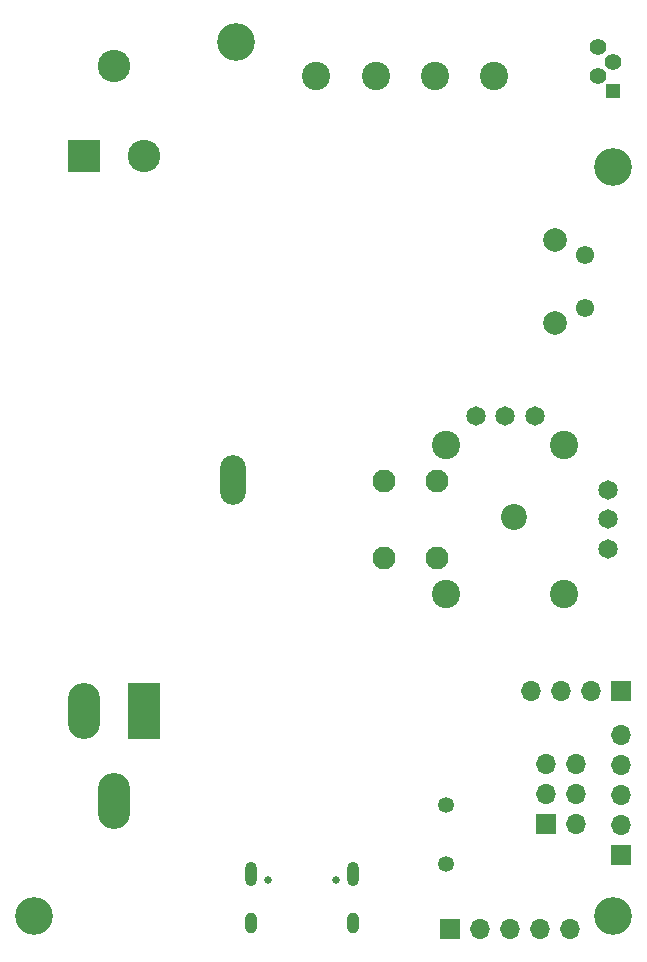
<source format=gbs>
%TF.GenerationSoftware,KiCad,Pcbnew,9.0.0*%
%TF.CreationDate,2025-02-27T23:19:27+00:00*%
%TF.ProjectId,StepUp,53746570-5570-42e6-9b69-6361645f7063,v0.3*%
%TF.SameCoordinates,Original*%
%TF.FileFunction,Soldermask,Bot*%
%TF.FilePolarity,Negative*%
%FSLAX45Y45*%
G04 Gerber Fmt 4.5, Leading zero omitted, Abs format (unit mm)*
G04 Created by KiCad (PCBNEW 9.0.0) date 2025-02-27 23:19:27*
%MOMM*%
%LPD*%
G01*
G04 APERTURE LIST*
%ADD10C,0.650000*%
%ADD11O,1.000000X2.100000*%
%ADD12O,1.000000X1.800000*%
%ADD13O,2.200000X4.200000*%
%ADD14C,3.200000*%
%ADD15C,2.200000*%
%ADD16R,1.700000X1.700000*%
%ADD17O,1.700000X1.700000*%
%ADD18R,1.300000X1.300000*%
%ADD19C,1.416000*%
%ADD20C,1.550000*%
%ADD21C,2.000000*%
%ADD22C,1.350000*%
%ADD23C,1.650000*%
%ADD24C,1.950000*%
%ADD25C,2.400000*%
%ADD26R,2.745000X2.745000*%
%ADD27C,2.745000*%
%ADD28R,2.745000X4.745000*%
%ADD29O,2.745000X4.745000*%
G04 APERTURE END LIST*
D10*
%TO.C,J1*%
X7916800Y-12402500D03*
X8494800Y-12402500D03*
D11*
X7773800Y-12352500D03*
D12*
X7773800Y-12770500D03*
D11*
X8637800Y-12352500D03*
D12*
X8637800Y-12770500D03*
%TD*%
D13*
%TO.C,H6*%
X7620000Y-9020000D03*
%TD*%
D14*
%TO.C,H3*%
X5941170Y-12708830D03*
%TD*%
D15*
%TO.C,H5*%
X10000000Y-9335000D03*
%TD*%
D14*
%TO.C,H2*%
X7645000Y-5310000D03*
%TD*%
%TO.C,H4*%
X10838830Y-12708830D03*
%TD*%
%TO.C,H1*%
X10840000Y-6370000D03*
%TD*%
D16*
%TO.C,J3*%
X10912500Y-10805000D03*
D17*
X10658500Y-10805000D03*
X10404500Y-10805000D03*
X10150500Y-10805000D03*
%TD*%
D18*
%TO.C,LED2*%
X10837500Y-5725000D03*
D19*
X10712500Y-5600000D03*
X10837500Y-5475000D03*
X10712500Y-5350000D03*
%TD*%
D20*
%TO.C,SW3*%
X10600500Y-7110000D03*
X10600500Y-7560000D03*
D21*
X10351500Y-6984500D03*
X10351500Y-7685500D03*
%TD*%
D22*
%TO.C,BZ1*%
X9430000Y-12270000D03*
X9430000Y-11770000D03*
%TD*%
D23*
%TO.C,JOY1*%
X10800000Y-9100000D03*
X10800000Y-9350000D03*
X10800000Y-9600000D03*
X9677000Y-8477000D03*
X9927000Y-8477000D03*
X10177000Y-8477000D03*
D24*
X9352000Y-9675000D03*
X9352000Y-9025000D03*
X8902000Y-9675000D03*
X8902000Y-9025000D03*
D25*
X10427000Y-8717500D03*
X10427000Y-9982500D03*
X9427000Y-9982500D03*
X9427000Y-8717500D03*
%TD*%
%TO.C,J5*%
X8330000Y-5595000D03*
X8830000Y-5595000D03*
X9330000Y-5595000D03*
X9830000Y-5595000D03*
%TD*%
D16*
%TO.C,J6*%
X9456500Y-12820000D03*
D17*
X9710500Y-12820000D03*
X9964500Y-12820000D03*
X10218500Y-12820000D03*
X10472500Y-12820000D03*
%TD*%
D16*
%TO.C,J4*%
X10270000Y-11934000D03*
D17*
X10524000Y-11934000D03*
X10270000Y-11680000D03*
X10524000Y-11680000D03*
X10270000Y-11426000D03*
X10524000Y-11426000D03*
%TD*%
D16*
%TO.C,J2*%
X10912500Y-12197000D03*
D17*
X10912500Y-11943000D03*
X10912500Y-11689000D03*
X10912500Y-11435000D03*
X10912500Y-11181000D03*
%TD*%
D26*
%TO.C,BT1*%
X6361800Y-6272000D03*
D27*
X6869800Y-6272000D03*
X6615800Y-5510000D03*
%TD*%
D28*
%TO.C,BT2*%
X6869800Y-10972000D03*
D29*
X6361800Y-10972000D03*
X6615800Y-11734000D03*
%TD*%
M02*

</source>
